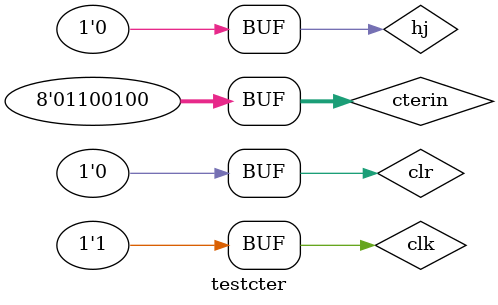
<source format=v>
`timescale 1ns / 1ps


module testcter(

    );
    reg clk;
    reg clr;
    reg [7:0]cterin;
    reg hj;
    wire [7:0] out;
    cter ct(cterin,hj,clk,clr,out);
    initial
    begin
    clr=1;
    clk=0;
    hj=0;
    #50 
    clr=0;  
    clk=1;
    #50
    clk=0;
    
    #50
    clk=1;
        #50
    clk=0;
    #50
    clk=1;
    #50
    clk=0;
   
    #50
    clk<=1;
    cterin=100;
    #50
    clk=0;
    hj<=1;
    #50
    clk=1;
    #1
    hj=0;
    #50
    clk=0;
    #50
    clk=1;
end
endmodule

</source>
